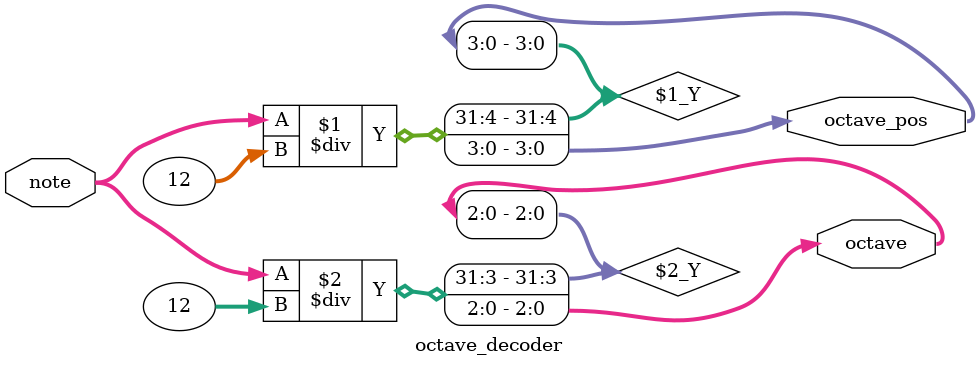
<source format=v>
module octave_decoder(input [6:0] note, output [2:0] octave, output [3:0] octave_pos);
	assign octave_pos = note/12;
	assign octave = note/12;
endmodule

</source>
